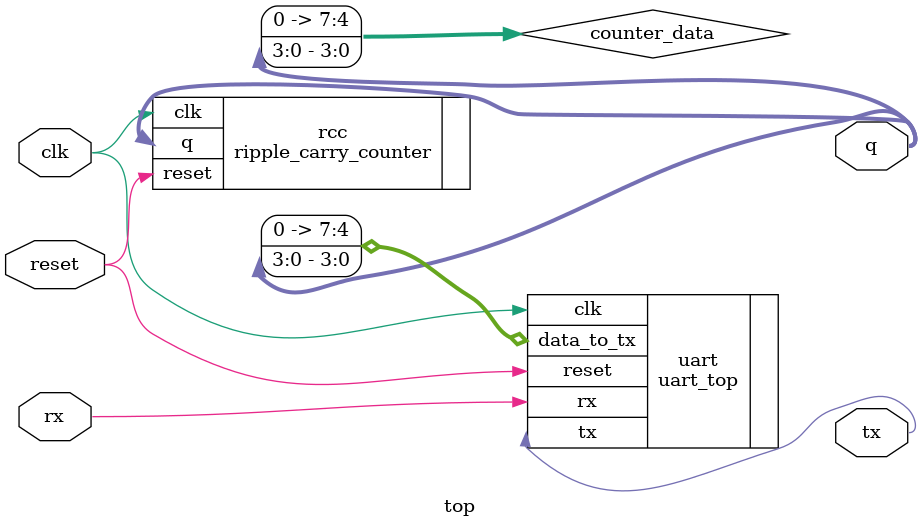
<source format=v>
module top
  (
  input wire clk,reset,rx,
  output tx,
  output [3:0]q
  );
  wire [7:0] counter_data;
  assign counter_data = {4'b0000, q}; 

  ripple_carry_counter rcc
  (
  .clk(clk),
  .reset(reset),
  .q(q[3:0])
  );
 
	uart_top uart
	(
		.clk(clk),
		.reset(reset),
		.data_to_tx(counter_data),
		.rx(rx),
		.tx(tx)
	);
endmodule
  
</source>
